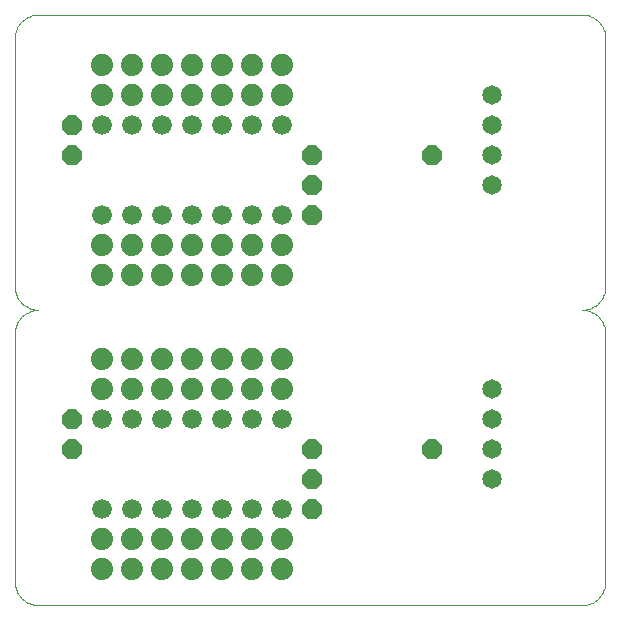
<source format=gtl>
G75*
%MOIN*%
%OFA0B0*%
%FSLAX24Y24*%
%IPPOS*%
%LPD*%
%AMOC8*
5,1,8,0,0,1.08239X$1,22.5*
%
%ADD10C,0.0000*%
%ADD11C,0.0004*%
%ADD12C,0.0660*%
%ADD13OC8,0.0660*%
%ADD14C,0.0650*%
%ADD15C,0.0740*%
D10*
X000102Y000889D02*
X000102Y009157D01*
X000102Y010732D02*
X000102Y019000D01*
X000889Y019787D02*
X019000Y019787D01*
X019787Y019000D02*
X019787Y010732D01*
X019787Y009157D02*
X019787Y000889D01*
X019000Y000102D02*
X000889Y000102D01*
D11*
X000835Y000104D01*
X000782Y000109D01*
X000729Y000118D01*
X000677Y000131D01*
X000625Y000147D01*
X000575Y000167D01*
X000527Y000190D01*
X000480Y000217D01*
X000435Y000246D01*
X000392Y000279D01*
X000352Y000314D01*
X000314Y000352D01*
X000279Y000392D01*
X000246Y000435D01*
X000217Y000480D01*
X000190Y000527D01*
X000167Y000575D01*
X000147Y000625D01*
X000131Y000677D01*
X000118Y000729D01*
X000109Y000782D01*
X000104Y000835D01*
X000102Y000889D01*
X000102Y009157D02*
X000104Y009211D01*
X000109Y009264D01*
X000118Y009317D01*
X000131Y009369D01*
X000147Y009421D01*
X000167Y009471D01*
X000190Y009519D01*
X000217Y009566D01*
X000246Y009611D01*
X000279Y009654D01*
X000314Y009694D01*
X000352Y009732D01*
X000392Y009767D01*
X000435Y009800D01*
X000480Y009829D01*
X000527Y009856D01*
X000575Y009879D01*
X000625Y009899D01*
X000677Y009915D01*
X000729Y009928D01*
X000782Y009937D01*
X000835Y009942D01*
X000889Y009944D01*
X000889Y009945D02*
X000835Y009947D01*
X000782Y009952D01*
X000729Y009961D01*
X000677Y009974D01*
X000625Y009990D01*
X000575Y010010D01*
X000527Y010033D01*
X000480Y010060D01*
X000435Y010089D01*
X000392Y010122D01*
X000352Y010157D01*
X000314Y010195D01*
X000279Y010235D01*
X000246Y010278D01*
X000217Y010323D01*
X000190Y010370D01*
X000167Y010418D01*
X000147Y010468D01*
X000131Y010520D01*
X000118Y010572D01*
X000109Y010625D01*
X000104Y010678D01*
X000102Y010732D01*
X000102Y019000D02*
X000104Y019054D01*
X000109Y019107D01*
X000118Y019160D01*
X000131Y019212D01*
X000147Y019264D01*
X000167Y019314D01*
X000190Y019362D01*
X000217Y019409D01*
X000246Y019454D01*
X000279Y019497D01*
X000314Y019537D01*
X000352Y019575D01*
X000392Y019610D01*
X000435Y019643D01*
X000480Y019672D01*
X000527Y019699D01*
X000575Y019722D01*
X000625Y019742D01*
X000677Y019758D01*
X000729Y019771D01*
X000782Y019780D01*
X000835Y019785D01*
X000889Y019787D01*
X019000Y019787D02*
X019054Y019785D01*
X019107Y019780D01*
X019160Y019771D01*
X019212Y019758D01*
X019264Y019742D01*
X019314Y019722D01*
X019362Y019699D01*
X019409Y019672D01*
X019454Y019643D01*
X019497Y019610D01*
X019537Y019575D01*
X019575Y019537D01*
X019610Y019497D01*
X019643Y019454D01*
X019672Y019409D01*
X019699Y019362D01*
X019722Y019314D01*
X019742Y019264D01*
X019758Y019212D01*
X019771Y019160D01*
X019780Y019107D01*
X019785Y019054D01*
X019787Y019000D01*
X019787Y010732D02*
X019785Y010678D01*
X019780Y010625D01*
X019771Y010572D01*
X019758Y010520D01*
X019742Y010468D01*
X019722Y010418D01*
X019699Y010370D01*
X019672Y010323D01*
X019643Y010278D01*
X019610Y010235D01*
X019575Y010195D01*
X019537Y010157D01*
X019497Y010122D01*
X019454Y010089D01*
X019409Y010060D01*
X019362Y010033D01*
X019314Y010010D01*
X019264Y009990D01*
X019212Y009974D01*
X019160Y009961D01*
X019107Y009952D01*
X019054Y009947D01*
X019000Y009945D01*
X019000Y009944D02*
X019054Y009942D01*
X019107Y009937D01*
X019160Y009928D01*
X019212Y009915D01*
X019264Y009899D01*
X019314Y009879D01*
X019362Y009856D01*
X019409Y009829D01*
X019454Y009800D01*
X019497Y009767D01*
X019537Y009732D01*
X019575Y009694D01*
X019610Y009654D01*
X019643Y009611D01*
X019672Y009566D01*
X019699Y009519D01*
X019722Y009471D01*
X019742Y009421D01*
X019758Y009369D01*
X019771Y009317D01*
X019780Y009264D01*
X019785Y009211D01*
X019787Y009157D01*
X019787Y000889D02*
X019785Y000835D01*
X019780Y000782D01*
X019771Y000729D01*
X019758Y000677D01*
X019742Y000625D01*
X019722Y000575D01*
X019699Y000527D01*
X019672Y000480D01*
X019643Y000435D01*
X019610Y000392D01*
X019575Y000352D01*
X019537Y000314D01*
X019497Y000279D01*
X019454Y000246D01*
X019409Y000217D01*
X019362Y000190D01*
X019314Y000167D01*
X019264Y000147D01*
X019212Y000131D01*
X019160Y000118D01*
X019107Y000109D01*
X019054Y000104D01*
X019000Y000102D01*
D12*
X009011Y003299D03*
X008011Y003299D03*
X007011Y003299D03*
X006011Y003299D03*
X005011Y003299D03*
X004011Y003299D03*
X003011Y003299D03*
X003011Y006299D03*
X004011Y006299D03*
X005011Y006299D03*
X006011Y006299D03*
X007011Y006299D03*
X008011Y006299D03*
X009011Y006299D03*
X009011Y013102D03*
X008011Y013102D03*
X007011Y013102D03*
X006011Y013102D03*
X005011Y013102D03*
X004011Y013102D03*
X003011Y013102D03*
X003011Y016102D03*
X004011Y016102D03*
X005011Y016102D03*
X006011Y016102D03*
X007011Y016102D03*
X008011Y016102D03*
X009011Y016102D03*
D13*
X010011Y015102D03*
X010011Y014102D03*
X010011Y013102D03*
X014011Y015102D03*
X014011Y005299D03*
X010011Y005299D03*
X010011Y004299D03*
X010011Y003299D03*
X002011Y005299D03*
X002011Y006299D03*
X002011Y015102D03*
X002011Y016102D03*
D14*
X016011Y016102D03*
X016011Y017102D03*
X016011Y015102D03*
X016011Y014102D03*
X016011Y007299D03*
X016011Y006299D03*
X016011Y005299D03*
X016011Y004299D03*
D15*
X009011Y002299D03*
X008011Y002299D03*
X007011Y002299D03*
X006011Y002299D03*
X005011Y002299D03*
X004011Y002299D03*
X003011Y002299D03*
X003011Y001299D03*
X004011Y001299D03*
X005011Y001299D03*
X006011Y001299D03*
X007011Y001299D03*
X008011Y001299D03*
X009011Y001299D03*
X009011Y007299D03*
X008011Y007299D03*
X007011Y007299D03*
X006011Y007299D03*
X005011Y007299D03*
X004011Y007299D03*
X003011Y007299D03*
X003011Y008299D03*
X004011Y008299D03*
X005011Y008299D03*
X006011Y008299D03*
X007011Y008299D03*
X008011Y008299D03*
X009011Y008299D03*
X009011Y011102D03*
X008011Y011102D03*
X007011Y011102D03*
X006011Y011102D03*
X005011Y011102D03*
X004011Y011102D03*
X003011Y011102D03*
X003011Y012102D03*
X004011Y012102D03*
X005011Y012102D03*
X006011Y012102D03*
X007011Y012102D03*
X008011Y012102D03*
X009011Y012102D03*
X009011Y017102D03*
X008011Y017102D03*
X007011Y017102D03*
X006011Y017102D03*
X005011Y017102D03*
X004011Y017102D03*
X003011Y017102D03*
X003011Y018102D03*
X004011Y018102D03*
X005011Y018102D03*
X006011Y018102D03*
X007011Y018102D03*
X008011Y018102D03*
X009011Y018102D03*
M02*

</source>
